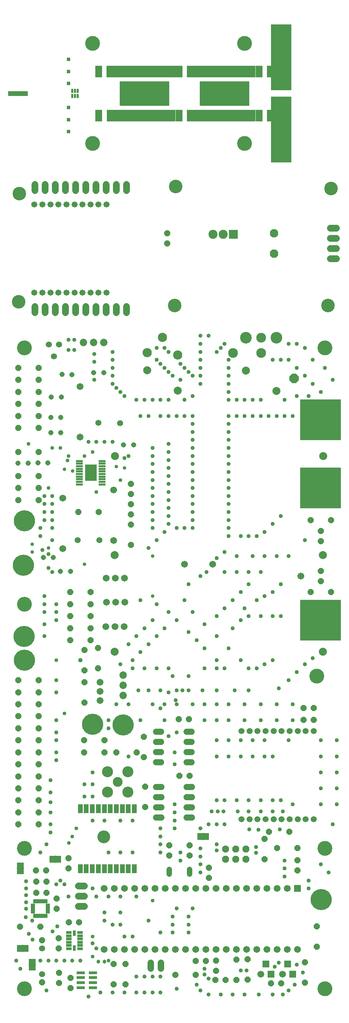
<source format=gbr>
G04 EAGLE Gerber X2 export*
G75*
%MOMM*%
%FSLAX34Y34*%
%LPD*%
%AMOC8*
5,1,8,0,0,1.08239X$1,22.5*%
G01*
%ADD10C,3.703200*%
%ADD11C,3.378200*%
%ADD12R,4.900000X1.200000*%
%ADD13R,19.000000X2.900000*%
%ADD14R,15.400000X2.900000*%
%ADD15R,12.400000X6.100000*%
%ADD16R,5.200000X16.550000*%
%ADD17P,1.649562X8X112.500000*%
%ADD18P,1.649562X8X202.500000*%
%ADD19P,1.649562X8X292.500000*%
%ADD20P,1.649562X8X22.500000*%
%ADD21C,1.320800*%
%ADD22R,1.701800X1.701800*%
%ADD23C,1.701800*%
%ADD24C,1.524000*%
%ADD25C,1.727200*%
%ADD26R,2.103200X0.803200*%
%ADD27R,0.482600X1.117600*%
%ADD28R,1.117600X0.482600*%
%ADD29R,1.320800X0.711200*%
%ADD30R,0.711200X1.320800*%
%ADD31C,1.524000*%
%ADD32R,1.203200X2.203200*%
%ADD33C,3.203200*%
%ADD34C,1.511200*%
%ADD35R,1.676400X0.558800*%
%ADD36R,2.946400X4.064000*%
%ADD37C,1.311200*%
%ADD38C,1.711200*%
%ADD39C,2.303200*%
%ADD40C,2.003200*%
%ADD41C,1.853200*%
%ADD42C,2.453200*%
%ADD43C,2.903200*%
%ADD44P,2.492961X8X202.500000*%
%ADD45P,1.869504X8X22.500000*%
%ADD46C,2.753200*%
%ADD47C,5.283200*%
%ADD48C,0.965200*%
%ADD49R,1.803400X1.371600*%
%ADD50R,1.828800X0.152400*%
%ADD51R,1.371600X1.803400*%
%ADD52R,0.152400X1.828800*%
%ADD53R,10.203200X10.203200*%
%ADD54R,2.260600X2.260600*%
%ADD55C,2.260600*%
%ADD56C,2.108200*%
%ADD57P,2.281895X8X292.500000*%
%ADD58R,0.503200X1.003200*%
%ADD59R,1.803200X2.903200*%
%ADD60C,1.625600*%
%ADD61C,0.959600*%
%ADD62C,0.909600*%
%ADD63C,1.009600*%
%ADD64C,1.703200*%
%ADD65C,1.109600*%
%ADD66R,0.959600X0.959600*%


D10*
X800000Y400000D03*
X780000Y830000D03*
X50000Y50000D03*
X800000Y1650000D03*
X50000Y1650000D03*
X50000Y1010000D03*
X50000Y400000D03*
X800000Y50000D03*
D11*
X37900Y2035400D03*
X808000Y1755400D03*
X815500Y2047900D03*
X35400Y1765400D03*
X427950Y2052900D03*
X425450Y1755400D03*
D12*
X34500Y2285000D03*
D10*
X220000Y2410000D03*
X220000Y2160000D03*
X600000Y2160000D03*
X600000Y2410000D03*
D13*
X350000Y2340000D03*
D14*
X550000Y2340000D03*
D15*
X550000Y2285000D03*
X350000Y2285000D03*
D14*
X350000Y2230000D03*
X550000Y2230000D03*
D16*
X691500Y2375250D03*
X691500Y2195250D03*
D17*
X510500Y326700D03*
X510500Y352100D03*
D18*
X503300Y118800D03*
X477900Y118800D03*
D19*
X528700Y120300D03*
X528700Y94900D03*
D17*
X411700Y382500D03*
X411700Y407900D03*
X462500Y382500D03*
X462500Y407900D03*
D20*
X427100Y84360D03*
X477900Y84360D03*
D21*
X462500Y336112D02*
X462500Y347288D01*
X411700Y347288D02*
X411700Y336112D01*
D22*
X731900Y300100D03*
D23*
X706500Y300100D03*
X681100Y300100D03*
X655700Y300100D03*
X630300Y300100D03*
X604900Y300100D03*
X579500Y300100D03*
X554100Y300100D03*
X528700Y300100D03*
X503300Y300100D03*
X477900Y300100D03*
X452500Y300100D03*
X427100Y300100D03*
X401700Y300100D03*
X376300Y300100D03*
X350900Y300100D03*
X325500Y300100D03*
X300100Y300100D03*
X274700Y300100D03*
X249300Y300100D03*
X249300Y147700D03*
X274700Y147700D03*
X300100Y147700D03*
X325500Y147700D03*
X350900Y147700D03*
X376300Y147700D03*
X401700Y147700D03*
X427100Y147700D03*
X452500Y147700D03*
X477900Y147700D03*
X503300Y147700D03*
X528700Y147700D03*
X554100Y147700D03*
X579500Y147700D03*
X604900Y147700D03*
X630300Y147700D03*
X655700Y147700D03*
X681100Y147700D03*
X706500Y147700D03*
X731900Y147700D03*
D19*
X273100Y111800D03*
X273100Y61000D03*
X302200Y111800D03*
X302200Y61000D03*
D24*
X379096Y553300D02*
X392304Y553300D01*
X392304Y527900D02*
X379096Y527900D01*
X379096Y502500D02*
X392304Y502500D01*
X392304Y477100D02*
X379096Y477100D01*
X455296Y477100D02*
X468504Y477100D01*
X468504Y502500D02*
X455296Y502500D01*
X455296Y527900D02*
X468504Y527900D01*
X468504Y553300D02*
X455296Y553300D01*
D18*
X462500Y581050D03*
X437100Y581050D03*
D25*
X200320Y255600D02*
X185080Y255600D01*
X185080Y281000D02*
X200320Y281000D01*
X200320Y306400D02*
X185080Y306400D01*
D17*
X649700Y373200D03*
X649700Y424000D03*
D26*
X191000Y89750D03*
X191000Y77250D03*
X191000Y64750D03*
X191000Y52250D03*
X221000Y52250D03*
X221000Y64750D03*
X221000Y77250D03*
X221000Y89750D03*
D27*
X90000Y231600D03*
X85000Y231600D03*
X80000Y231600D03*
X75000Y231600D03*
X95000Y231600D03*
X100000Y231600D03*
X105000Y231600D03*
X95000Y268400D03*
X85000Y268400D03*
X90000Y268400D03*
X75000Y268400D03*
X80000Y268400D03*
X105000Y268400D03*
X100000Y268400D03*
D28*
X71600Y250000D03*
X71600Y255000D03*
X71600Y260000D03*
X71600Y245000D03*
X71600Y240000D03*
X108400Y240000D03*
X108400Y245000D03*
X108400Y250000D03*
X108400Y255000D03*
X108400Y260000D03*
D29*
X161284Y190066D03*
X161284Y181938D03*
X161284Y174064D03*
X161284Y165936D03*
X161284Y158062D03*
X161284Y149934D03*
D30*
X175000Y151204D03*
D29*
X188716Y149934D03*
X188716Y158062D03*
X188716Y165936D03*
X188716Y174064D03*
X188716Y181938D03*
X188716Y190066D03*
D30*
X175000Y188796D03*
D19*
X130860Y275120D03*
X130860Y249720D03*
D20*
X79600Y289200D03*
X105000Y289200D03*
X79600Y317020D03*
X105000Y317020D03*
X79330Y344840D03*
X104730Y344840D03*
X39600Y204300D03*
X90400Y204300D03*
D19*
X165240Y76700D03*
X165240Y51300D03*
X136190Y89240D03*
X136190Y63840D03*
X94580Y66110D03*
D31*
X94580Y86430D03*
D17*
X93950Y170960D03*
D31*
X93950Y150640D03*
D17*
X135750Y150100D03*
X135750Y175500D03*
D20*
X160850Y215980D03*
X186250Y215980D03*
D32*
X189700Y349300D03*
X204700Y349300D03*
X219700Y349300D03*
X234700Y349300D03*
X249700Y349300D03*
X264700Y349300D03*
X279700Y349300D03*
X294700Y349300D03*
X309700Y349300D03*
X324700Y349300D03*
X324700Y499300D03*
X309700Y499300D03*
X294700Y499300D03*
X279700Y499300D03*
X264700Y499300D03*
X249700Y499300D03*
X234700Y499300D03*
X219700Y499300D03*
X204700Y499300D03*
X189700Y499300D03*
D33*
X248700Y429300D03*
D19*
X160080Y375290D03*
X160080Y349890D03*
D34*
X772200Y693000D03*
X752200Y693000D03*
X732200Y693000D03*
X712200Y693000D03*
X692200Y693000D03*
X672200Y693000D03*
X652200Y693000D03*
X632200Y693000D03*
X612200Y693000D03*
X592200Y693000D03*
X592200Y473000D03*
X612200Y473000D03*
X632200Y473000D03*
X652200Y473000D03*
X672200Y473000D03*
X692200Y473000D03*
X712200Y473000D03*
X732200Y473000D03*
X752200Y473000D03*
X772200Y473000D03*
D18*
X772100Y721400D03*
X746700Y721400D03*
X772100Y750500D03*
X746700Y750500D03*
D23*
X694200Y86200D03*
D22*
X706900Y111600D03*
X719600Y86200D03*
D19*
X351400Y553880D03*
X351400Y503080D03*
D18*
X711550Y441980D03*
X660750Y441980D03*
D35*
X187706Y1367361D03*
X187706Y1360858D03*
X187706Y1354356D03*
X187706Y1347854D03*
X187706Y1341351D03*
X187706Y1334849D03*
X187706Y1328346D03*
X187706Y1321844D03*
X187706Y1315342D03*
X187706Y1308839D03*
X244094Y1308839D03*
X244094Y1315342D03*
X244094Y1321844D03*
X244094Y1328346D03*
X244094Y1334849D03*
X244094Y1341351D03*
X244094Y1347854D03*
X244094Y1354356D03*
X244094Y1360858D03*
X244094Y1367361D03*
D36*
X215900Y1338100D03*
D37*
X108806Y1362430D03*
X83806Y1362430D03*
X59508Y1361728D03*
X34508Y1361728D03*
X248012Y1587798D03*
X223012Y1588298D03*
D34*
X234909Y1463107D03*
X288891Y1461693D03*
D38*
X189230Y1553508D03*
X189230Y1427508D03*
D37*
X169042Y1582970D03*
X144042Y1583470D03*
X116050Y1476450D03*
X141050Y1476450D03*
X141026Y1437946D03*
X116026Y1437946D03*
D38*
X273122Y1168826D03*
X273122Y1294826D03*
X145694Y1274934D03*
X145694Y1148934D03*
D37*
X140130Y1091960D03*
X165130Y1091460D03*
D39*
X432500Y1632000D03*
X356300Y1638350D03*
X394400Y1676500D03*
D40*
X432500Y1543100D03*
X356300Y1593900D03*
D41*
X223200Y1663200D03*
X197800Y1663200D03*
X248600Y1663200D03*
D42*
X641050Y1637400D03*
X641050Y1675500D03*
X571250Y1637400D03*
D43*
X602950Y1675500D03*
X679150Y1675500D03*
D40*
X679150Y1542100D03*
X602950Y1592900D03*
D44*
X723550Y1573800D03*
D31*
X136300Y1658300D03*
X123600Y1628300D03*
X110900Y1658300D03*
D17*
X316000Y1285300D03*
X316000Y1310700D03*
D45*
X552400Y372900D03*
X552400Y398300D03*
X577800Y372900D03*
X577800Y398300D03*
X603200Y372900D03*
X603200Y398300D03*
D20*
X665400Y62900D03*
X690800Y62900D03*
D19*
X607600Y123300D03*
X607600Y72500D03*
D17*
X579500Y71500D03*
X579500Y122300D03*
D18*
X552100Y71500D03*
X526700Y71500D03*
D46*
X257740Y591560D03*
X257740Y540760D03*
X308540Y540760D03*
X308540Y591560D03*
D42*
X283140Y566160D03*
D23*
X640700Y86200D03*
D22*
X653400Y111600D03*
X666100Y86200D03*
D17*
X731580Y344710D03*
X731580Y370110D03*
D18*
X731520Y400580D03*
X680720Y400580D03*
D38*
X278000Y1015100D03*
X301000Y1015100D03*
X255000Y1015100D03*
X277000Y1074700D03*
X300000Y1074700D03*
X254000Y1074700D03*
X276000Y953500D03*
X253000Y953500D03*
X299000Y953500D03*
D40*
X795300Y1132900D03*
X275300Y1132900D03*
X795500Y890900D03*
X275500Y890900D03*
X796000Y1379400D03*
X276000Y1379400D03*
D47*
X49000Y929000D03*
X48000Y1107000D03*
X297000Y708000D03*
X50000Y870000D03*
X50000Y1218000D03*
X791000Y272000D03*
X220000Y710000D03*
D24*
X378296Y691100D02*
X391504Y691100D01*
X391504Y665700D02*
X378296Y665700D01*
X378296Y640300D02*
X391504Y640300D01*
X391504Y614900D02*
X378296Y614900D01*
X454496Y614900D02*
X467704Y614900D01*
X467704Y640300D02*
X454496Y640300D01*
X454496Y665700D02*
X467704Y665700D01*
X467704Y691100D02*
X454496Y691100D01*
D18*
X460700Y723000D03*
X435300Y723000D03*
D19*
X348000Y678400D03*
X348000Y627600D03*
D48*
X235000Y117000D03*
X250000Y117000D03*
D49*
X40000Y357620D03*
X40000Y342380D03*
D50*
X40000Y350000D03*
D49*
X70000Y117620D03*
X70000Y102380D03*
D50*
X70000Y110000D03*
D51*
X38380Y150000D03*
X53620Y150000D03*
D52*
X46000Y150000D03*
D51*
X119380Y373000D03*
X134620Y373000D03*
D52*
X127000Y373000D03*
D51*
X488380Y430000D03*
X503620Y430000D03*
D52*
X496000Y430000D03*
D20*
X34600Y1570000D03*
X85400Y1570000D03*
D18*
X85400Y1540000D03*
X34600Y1540000D03*
D20*
X34600Y1600000D03*
X85400Y1600000D03*
D18*
X85400Y460000D03*
X34600Y460000D03*
X85400Y550000D03*
X34600Y550000D03*
X85400Y580000D03*
X34600Y580000D03*
X85400Y820000D03*
X34600Y820000D03*
X85400Y790000D03*
X34600Y790000D03*
X85400Y760000D03*
X34600Y760000D03*
X85400Y730000D03*
X34600Y730000D03*
X85400Y700000D03*
X34600Y700000D03*
X85400Y670000D03*
X34600Y670000D03*
X85400Y640000D03*
X34600Y640000D03*
X85400Y610000D03*
X34600Y610000D03*
X85400Y520000D03*
X34600Y520000D03*
X85400Y490000D03*
X34600Y490000D03*
D41*
X297000Y807000D03*
X297000Y781600D03*
X297000Y832400D03*
D38*
X239000Y792000D03*
X239000Y769000D03*
X239000Y815000D03*
D19*
X200000Y895400D03*
X200000Y844600D03*
X780000Y205400D03*
X780000Y154600D03*
X750000Y115400D03*
X750000Y64600D03*
X200000Y815400D03*
X200000Y764600D03*
D37*
X322500Y1408000D03*
X297500Y1408000D03*
D17*
X234000Y849600D03*
X234000Y900400D03*
D20*
X164600Y950000D03*
X215400Y950000D03*
X164600Y920000D03*
X215400Y920000D03*
X164600Y1010000D03*
X215400Y1010000D03*
X164600Y1040000D03*
X215400Y1040000D03*
D18*
X215400Y980000D03*
X164600Y980000D03*
D34*
X237000Y1170000D03*
X183000Y1170000D03*
D37*
X122500Y1127000D03*
X97500Y1127000D03*
X142500Y1527000D03*
X117500Y1527000D03*
D20*
X34600Y1390000D03*
X85400Y1390000D03*
X34600Y1330000D03*
X85400Y1330000D03*
X34600Y1300000D03*
X85400Y1300000D03*
D18*
X85400Y1270000D03*
X34600Y1270000D03*
D20*
X34600Y1450000D03*
X85400Y1450000D03*
D18*
X85400Y1510000D03*
X34600Y1510000D03*
D20*
X34600Y1480000D03*
X85400Y1480000D03*
D19*
X316000Y1208400D03*
X316000Y1157600D03*
D17*
X316000Y1234300D03*
X316000Y1259700D03*
D18*
X235400Y1240000D03*
X184600Y1240000D03*
X250400Y670000D03*
X199600Y670000D03*
D53*
X789000Y1470000D03*
X789000Y970000D03*
X789000Y1300000D03*
D19*
X790000Y1092700D03*
X790000Y1067300D03*
X790000Y1192700D03*
X790000Y1167300D03*
D20*
X199600Y640000D03*
X250400Y640000D03*
X279600Y640000D03*
X330400Y640000D03*
X764600Y1040000D03*
X815400Y1040000D03*
D18*
X815400Y1220000D03*
X764600Y1220000D03*
D34*
X75100Y1787800D03*
X95100Y1787800D03*
X115100Y1787800D03*
X135100Y1787800D03*
X155100Y1787800D03*
X175100Y1787800D03*
X195100Y1787800D03*
X215100Y1787800D03*
X235100Y1787800D03*
X255100Y1787800D03*
X255100Y2007800D03*
X235100Y2007800D03*
X215100Y2007800D03*
X195100Y2007800D03*
X175100Y2007800D03*
X155100Y2007800D03*
X135100Y2007800D03*
X115100Y2007800D03*
X95100Y2007800D03*
X75100Y2007800D03*
D54*
X571500Y1933360D03*
D55*
X546100Y1933360D03*
X520700Y1933360D03*
D25*
X813880Y1872400D02*
X829120Y1872400D01*
X829120Y1897800D02*
X813880Y1897800D01*
X813880Y1923200D02*
X829120Y1923200D01*
X829120Y1948600D02*
X813880Y1948600D01*
D19*
X406400Y1935900D03*
X406400Y1910500D03*
D56*
X673100Y1935900D03*
D57*
X673100Y1885100D03*
D25*
X76200Y1753020D02*
X76200Y1737780D01*
X101600Y1737780D02*
X101600Y1753020D01*
X127000Y1753020D02*
X127000Y1737780D01*
X152400Y1737780D02*
X152400Y1753020D01*
X177800Y1753020D02*
X177800Y1737780D01*
X203200Y1737780D02*
X203200Y1753020D01*
X228600Y1753020D02*
X228600Y1737780D01*
X254000Y1737780D02*
X254000Y1753020D01*
X279400Y1753020D02*
X279400Y1737780D01*
X304800Y1737780D02*
X304800Y1753020D01*
X304800Y2042580D02*
X304800Y2057820D01*
X279400Y2057820D02*
X279400Y2042580D01*
X254000Y2042580D02*
X254000Y2057820D01*
X228600Y2057820D02*
X228600Y2042580D01*
X203200Y2042580D02*
X203200Y2057820D01*
X177800Y2057820D02*
X177800Y2042580D01*
X152400Y2042580D02*
X152400Y2057820D01*
X127000Y2057820D02*
X127000Y2042580D01*
X101600Y2042580D02*
X101600Y2057820D01*
X76200Y2057820D02*
X76200Y2042580D01*
D58*
X183000Y2278500D03*
X176500Y2278500D03*
X170000Y2278500D03*
X183000Y2291500D03*
X176500Y2291500D03*
X170000Y2291500D03*
D59*
X236000Y2340000D03*
X264000Y2340000D03*
X236000Y2230000D03*
X264000Y2230000D03*
X436000Y2340000D03*
X464000Y2340000D03*
X636000Y2340000D03*
X664000Y2340000D03*
X636000Y2230000D03*
X664000Y2230000D03*
X436000Y2230000D03*
X464000Y2230000D03*
D60*
X390200Y114612D02*
X390200Y100388D01*
X364800Y100388D02*
X364800Y114612D01*
D61*
X150000Y737000D03*
D62*
X110000Y1150000D03*
X70000Y1160000D03*
D63*
X570000Y35000D03*
X540000Y35000D03*
X510000Y35000D03*
X490000Y45000D03*
X510000Y75000D03*
X500000Y85000D03*
X590000Y95000D03*
X605000Y95000D03*
X600000Y35000D03*
X635000Y35000D03*
X670000Y35000D03*
X695000Y35000D03*
X710000Y45000D03*
X725000Y60000D03*
X745000Y90000D03*
X730000Y110000D03*
X685000Y115000D03*
X675000Y105000D03*
X500000Y100000D03*
X480000Y60000D03*
D61*
X260000Y120000D03*
X220000Y180000D03*
D63*
X750000Y1170000D03*
X710000Y1130000D03*
X420000Y830000D03*
X410000Y790000D03*
D61*
X161000Y414000D03*
X290000Y1320000D03*
X120000Y1400000D03*
X160000Y1380000D03*
X200000Y1380000D03*
X140000Y1400000D03*
X220000Y1390000D03*
X230000Y1290000D03*
D62*
X370000Y1030000D03*
X370000Y1130000D03*
X200000Y1110000D03*
X70000Y1140000D03*
D61*
X180000Y450000D03*
X130000Y870000D03*
X110000Y1300000D03*
X158000Y1369000D03*
X220000Y130000D03*
D63*
X70000Y220000D03*
D61*
X209000Y1352000D03*
X224000Y1352000D03*
X224000Y1325000D03*
X216000Y1338000D03*
X208000Y1325000D03*
D62*
X279700Y1353200D03*
X300000Y1350000D03*
X170500Y1342900D03*
X150400Y1346500D03*
D63*
X611500Y447500D03*
X634000Y447100D03*
X628500Y403700D03*
X628700Y389200D03*
X110000Y120000D03*
X220500Y163500D03*
X130000Y120000D03*
X150000Y120000D03*
X170000Y120000D03*
X190000Y120000D03*
X230000Y150000D03*
X54300Y317700D03*
X54600Y283600D03*
X54600Y300200D03*
X54300Y265800D03*
X54300Y249500D03*
X54000Y228500D03*
X61300Y187000D03*
X70300Y172700D03*
X120800Y192900D03*
X132200Y205400D03*
X130000Y310000D03*
X150000Y310000D03*
X160000Y280000D03*
X220000Y300000D03*
X230000Y280000D03*
X260000Y280000D03*
X290000Y280000D03*
X330000Y280000D03*
X270000Y210000D03*
X290000Y210000D03*
X300000Y180000D03*
X320000Y180000D03*
X360000Y220000D03*
X430000Y250000D03*
X420000Y230000D03*
X420000Y190000D03*
X390000Y190000D03*
X700000Y370000D03*
X700000Y350000D03*
X700000Y330000D03*
X460000Y230000D03*
X470000Y250000D03*
X460000Y190000D03*
X460000Y210000D03*
X790000Y360000D03*
X810000Y340000D03*
X760000Y320000D03*
X760000Y300000D03*
X425000Y510000D03*
X425000Y490000D03*
X425000Y470000D03*
X425000Y450000D03*
X390000Y450000D03*
X390000Y430000D03*
X390000Y410000D03*
X390000Y390000D03*
X440000Y390000D03*
X440000Y370000D03*
X490000Y400000D03*
X490000Y380000D03*
X530000Y410000D03*
X530000Y395000D03*
X490000Y360000D03*
X490000Y340000D03*
X220000Y470000D03*
X250000Y470000D03*
X290000Y470000D03*
X320000Y470000D03*
X320000Y390000D03*
X290000Y390000D03*
X260000Y390000D03*
X220000Y530000D03*
X200000Y530000D03*
X220000Y560000D03*
X200000Y560000D03*
X220000Y590000D03*
X310000Y630000D03*
X115000Y570000D03*
X115000Y540000D03*
X115000Y515000D03*
X115000Y490000D03*
X115000Y460000D03*
X115000Y440000D03*
X105000Y410000D03*
X90000Y390000D03*
X130000Y620000D03*
X130000Y640000D03*
X130000Y670000D03*
X130000Y690000D03*
X490000Y450000D03*
X510000Y460000D03*
X530000Y460000D03*
X550000Y460000D03*
X687500Y447500D03*
X695000Y492500D03*
X670000Y492500D03*
X640000Y492500D03*
X610000Y492500D03*
X582500Y492500D03*
X547500Y492500D03*
X532500Y492500D03*
X517500Y492500D03*
X530000Y520000D03*
X550000Y520000D03*
X580000Y520000D03*
X610000Y520000D03*
X640000Y520000D03*
X670000Y520000D03*
X690000Y520000D03*
X720000Y510000D03*
X390000Y80000D03*
X370000Y80000D03*
X350000Y80000D03*
X330000Y80000D03*
X430000Y50000D03*
X390000Y40000D03*
X370000Y40000D03*
X350000Y40000D03*
X330000Y40000D03*
X300000Y40000D03*
X270000Y40000D03*
X240000Y40000D03*
X210000Y30000D03*
X430000Y690000D03*
X410000Y680000D03*
X425000Y640000D03*
X425000Y610000D03*
X530000Y670000D03*
X560000Y670000D03*
X590000Y670000D03*
X620000Y670000D03*
X650000Y670000D03*
X710000Y670000D03*
X670000Y630000D03*
X650000Y630000D03*
X590000Y630000D03*
X530000Y630000D03*
X620000Y630000D03*
X560000Y630000D03*
X790000Y670000D03*
X830000Y670000D03*
X830000Y630000D03*
X790000Y630000D03*
X790000Y590000D03*
X830000Y590000D03*
X830000Y550000D03*
X790000Y550000D03*
X830000Y510000D03*
X790000Y510000D03*
X820000Y460000D03*
X260000Y720000D03*
X260000Y700000D03*
X280000Y760000D03*
X310000Y760000D03*
X370000Y760000D03*
X400000Y760000D03*
X400000Y720000D03*
X390000Y795000D03*
X360000Y795000D03*
X335000Y795000D03*
X290000Y860000D03*
X320000Y850000D03*
X350000Y850000D03*
X380000Y850000D03*
X410000Y850000D03*
X430000Y795000D03*
X430000Y760000D03*
X470000Y760000D03*
X460000Y795000D03*
X500000Y850000D03*
X495000Y795000D03*
X500000Y760000D03*
X500000Y720000D03*
X530000Y720000D03*
X530000Y760000D03*
X530000Y795000D03*
X530000Y850000D03*
X550000Y850000D03*
X575000Y795000D03*
X560000Y760000D03*
X560000Y720000D03*
X610000Y850000D03*
X630000Y850000D03*
X610000Y795000D03*
X685000Y800000D03*
X650000Y860000D03*
X670000Y870000D03*
X710000Y820000D03*
X730000Y840000D03*
X750000Y860000D03*
X770000Y875000D03*
X590000Y870000D03*
X530000Y870000D03*
X560000Y900000D03*
X530000Y930000D03*
X500000Y900000D03*
X480000Y920000D03*
X500000Y960000D03*
X470000Y990000D03*
X460000Y940000D03*
X430000Y970000D03*
X450000Y1020000D03*
X410000Y990000D03*
X380000Y1010000D03*
X340000Y1020000D03*
X460000Y1060000D03*
X490000Y1080000D03*
X505000Y1090000D03*
X530000Y1125000D03*
X550000Y1140000D03*
X560000Y1180000D03*
X560000Y1200000D03*
X560000Y1220000D03*
X560000Y1240000D03*
X560000Y1260000D03*
X560000Y1300000D03*
X560000Y1280000D03*
X360000Y1150000D03*
X380000Y1170000D03*
X400000Y1190000D03*
X430000Y1200000D03*
X450000Y1200000D03*
X470000Y1200000D03*
X470000Y1220000D03*
X470000Y1240000D03*
X470000Y1260000D03*
X470000Y1280000D03*
X470000Y1300000D03*
X470000Y1320000D03*
X560000Y1320000D03*
X560000Y1340000D03*
X560000Y1360000D03*
X560000Y1380000D03*
X560000Y1400000D03*
X560000Y1420000D03*
X560000Y1440000D03*
X560000Y1460000D03*
X560000Y1480000D03*
X470000Y1480000D03*
X470000Y1460000D03*
X470000Y1440000D03*
X470000Y1420000D03*
X470000Y1400000D03*
X470000Y1380000D03*
X470000Y1360000D03*
X470000Y1340000D03*
X340000Y1480000D03*
X360000Y1480000D03*
X390000Y1480000D03*
X410000Y1480000D03*
X430000Y1480000D03*
X450000Y1480000D03*
X580000Y1480000D03*
X600000Y1480000D03*
X720000Y720000D03*
X720000Y760000D03*
X680000Y760000D03*
X680000Y720000D03*
X640000Y720000D03*
X600000Y720000D03*
X600000Y760000D03*
X640000Y760000D03*
X620000Y1480000D03*
X640000Y1480000D03*
X660000Y1480000D03*
X680000Y1480000D03*
X700000Y1480000D03*
X720000Y1480000D03*
X710000Y1660000D03*
X700000Y1520000D03*
X640000Y1520000D03*
X620000Y1520000D03*
X600000Y1520000D03*
X580000Y1520000D03*
X560000Y1520000D03*
X560000Y1540000D03*
X560000Y1560000D03*
X560000Y1580000D03*
X560000Y1600000D03*
X560000Y1620000D03*
X670000Y1620000D03*
X690000Y1620000D03*
X710000Y1620000D03*
X730000Y1660000D03*
X750000Y1650000D03*
X770000Y1620000D03*
X800000Y1600000D03*
X820000Y1570000D03*
X790000Y1540000D03*
X770000Y1560000D03*
X750000Y1580000D03*
X730000Y1600000D03*
X730000Y1530000D03*
X760000Y1530000D03*
X530000Y1640000D03*
X540000Y1650000D03*
X550000Y1660000D03*
X510000Y1680000D03*
X490000Y1680000D03*
X490000Y1660000D03*
X490000Y1640000D03*
X490000Y1620000D03*
X490000Y1600000D03*
X490000Y1580000D03*
X490000Y1560000D03*
X470000Y1530000D03*
X450000Y1520000D03*
X410000Y1520000D03*
X390000Y1520000D03*
X370000Y1520000D03*
X350000Y1520000D03*
X330000Y1520000D03*
X300000Y1530000D03*
X290000Y1540000D03*
X280000Y1550000D03*
X270000Y1560000D03*
X160000Y1670000D03*
X175000Y1670000D03*
X175000Y1645000D03*
X160000Y1645000D03*
X225000Y1635000D03*
X225000Y1615000D03*
X270000Y1640000D03*
X270000Y1620000D03*
X270000Y1600000D03*
X270000Y1580000D03*
X225000Y1570000D03*
X250000Y240000D03*
X290000Y240000D03*
X420000Y210000D03*
X210000Y1415000D03*
X230000Y1415000D03*
X250000Y1415000D03*
X270000Y1415000D03*
X310000Y1380000D03*
X300000Y1375000D03*
X100000Y1030000D03*
X100000Y1010000D03*
X130000Y1010000D03*
X130000Y990000D03*
X100000Y990000D03*
X100000Y960000D03*
X130000Y970000D03*
X100000Y930000D03*
X130000Y820000D03*
X130000Y790000D03*
X120000Y1170000D03*
X90000Y1180000D03*
X90000Y1200000D03*
X120000Y1200000D03*
X120000Y1220000D03*
X100000Y1220000D03*
X120000Y1240000D03*
X100000Y1240000D03*
X120000Y1260000D03*
X100000Y1260000D03*
X100000Y1280000D03*
X120000Y1280000D03*
X95000Y1145000D03*
X110000Y1135000D03*
X110000Y1100000D03*
X120000Y1090000D03*
X30000Y120000D03*
X40000Y100000D03*
X90000Y120000D03*
X105000Y45000D03*
X410000Y1210000D03*
X410000Y1230000D03*
X410000Y1250000D03*
X410000Y1270000D03*
X410000Y1290000D03*
X410000Y1310000D03*
X410000Y1410000D03*
X410000Y1390000D03*
X410000Y1370000D03*
X410000Y1350000D03*
X410000Y1330000D03*
X370000Y1200000D03*
X370000Y1220000D03*
X370000Y1240000D03*
X370000Y1260000D03*
X370000Y1280000D03*
X370000Y1300000D03*
X370000Y1400000D03*
X370000Y1380000D03*
X370000Y1360000D03*
X370000Y1340000D03*
X370000Y1320000D03*
X580000Y1130000D03*
X620000Y1130000D03*
X650000Y1130000D03*
X680000Y1130000D03*
X640000Y1090000D03*
X580000Y1090000D03*
X550000Y1090000D03*
X590000Y1180000D03*
X610000Y1180000D03*
X630000Y1180000D03*
X650000Y1190000D03*
X670000Y1210000D03*
X690000Y1230000D03*
X380000Y1650000D03*
X400000Y1650000D03*
X410000Y1640000D03*
X440000Y1610000D03*
X450000Y1600000D03*
X460000Y1590000D03*
X470000Y1580000D03*
X420000Y1580000D03*
X440000Y1570000D03*
X410000Y1590000D03*
X400000Y1600000D03*
X390000Y1610000D03*
X380000Y1620000D03*
X610000Y1090000D03*
X610000Y1060000D03*
X590000Y1040000D03*
X570000Y1020000D03*
X550000Y1000000D03*
X530000Y980000D03*
X570000Y950000D03*
X590000Y970000D03*
X610000Y980000D03*
X640000Y980000D03*
X670000Y980000D03*
X690000Y980000D03*
X690000Y1060000D03*
X670000Y1040000D03*
X650000Y1030000D03*
X630000Y1020000D03*
X370000Y970000D03*
X400000Y950000D03*
X380000Y930000D03*
X360000Y910000D03*
X340000Y890000D03*
X320000Y870000D03*
X350000Y950000D03*
X330000Y930000D03*
X310000Y910000D03*
D64*
X450000Y1110000D03*
X740000Y1080000D03*
X520000Y1110000D03*
D61*
X170000Y430000D03*
X370000Y270000D03*
X60000Y1410000D03*
D65*
X190000Y870000D03*
D63*
X130000Y720000D03*
X600000Y1000000D03*
X460000Y830000D03*
X445000Y795000D03*
X428000Y770412D03*
X390000Y750000D03*
X340000Y720000D03*
X250000Y220000D03*
X140000Y320000D03*
D66*
X160000Y2250000D03*
X160000Y2310000D03*
X160000Y2340000D03*
X160000Y2370000D03*
X160000Y2220000D03*
X160000Y2190000D03*
M02*

</source>
